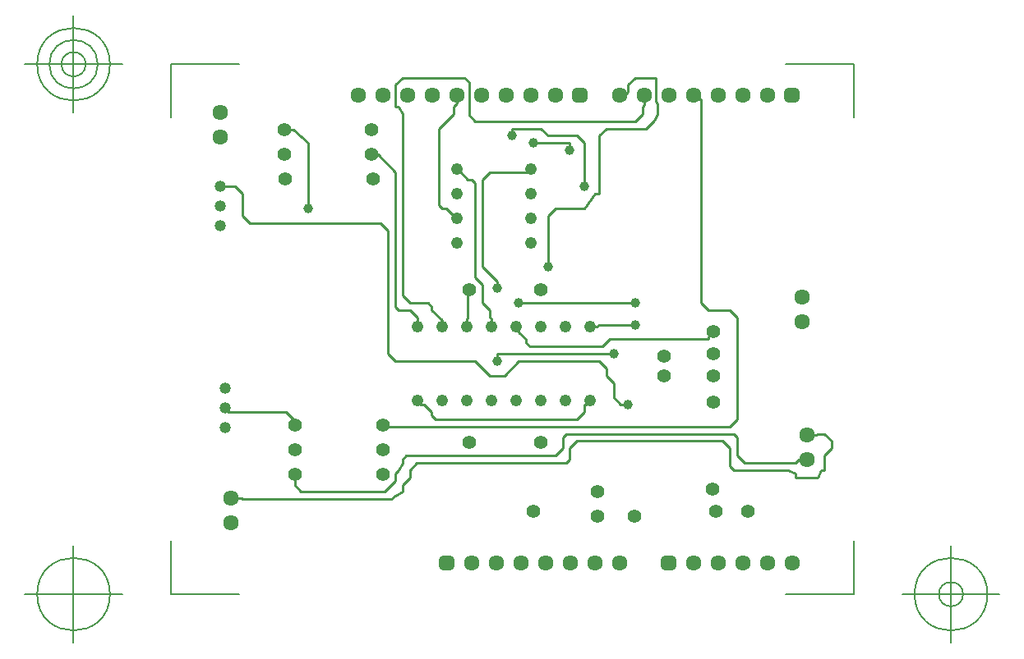
<source format=gbr>
G04 Generated by Ultiboard 13.0 *
%FSLAX34Y34*%
%MOMM*%

%ADD10C,0.0001*%
%ADD11C,0.2540*%
%ADD12C,0.1270*%
%ADD13C,1.1852*%
%ADD14C,1.6088*%
%ADD15R,0.5291X0.5291*%
%ADD16C,0.9949*%
%ADD17C,1.4224*%
%ADD18C,1.4000*%
%ADD19C,1.2446*%
%ADD20C,1.0000*%


G04 ColorRGB 0000FF for the following layer *
%LNCopper Bottom*%
%LPD*%
G54D10*
G54D11*
X853440Y731520D02*
X859020Y731520D01*
X862500Y735000D01*
X862500Y742500D01*
X870000Y750000D01*
X840000Y697500D02*
X832500Y690000D01*
X817500Y615000D02*
X787500Y615000D01*
X780000Y607500D01*
X780000Y555000D01*
X881250Y697500D02*
X840000Y697500D01*
X832500Y690000D02*
X832500Y633750D01*
X832500Y630000D01*
X828750Y630000D01*
X817500Y615000D01*
X949960Y487680D02*
X945000Y482720D01*
X945000Y480000D01*
X761250Y472500D02*
X757500Y476250D01*
X757500Y480000D01*
X750000Y487500D01*
X750000Y489520D01*
X746760Y492760D01*
X945000Y480000D02*
X843750Y480000D01*
X836250Y472500D01*
X761250Y472500D01*
X765000Y682500D02*
X802500Y682500D01*
X802500Y675000D01*
X847500Y465000D02*
X727500Y465000D01*
X727500Y457500D01*
X822960Y416560D02*
X818900Y412500D01*
X817500Y412500D01*
X817500Y405000D01*
X810000Y397500D01*
X663750Y397500D01*
X660000Y401250D01*
X660000Y405000D01*
X652500Y412500D01*
X649220Y412500D01*
X645160Y416560D01*
X685800Y731520D02*
X685800Y723300D01*
X682500Y720000D01*
X682500Y712500D01*
X667500Y697500D01*
X667500Y618750D01*
X671250Y615000D01*
X675000Y615000D01*
X682500Y607500D01*
X682820Y607500D01*
X685800Y604520D01*
X1046480Y355600D02*
X1038100Y355600D01*
X1035000Y352500D01*
X982500Y352500D01*
X975000Y360000D01*
X795000Y367500D02*
X787500Y360000D01*
X611250Y322500D02*
X525000Y322500D01*
X519600Y330000D01*
X519600Y332100D01*
X519600Y340360D01*
X975000Y360000D02*
X975000Y378750D01*
X971250Y382500D01*
X798750Y382500D01*
X795000Y378750D01*
X795000Y367500D01*
X787500Y360000D02*
X633750Y360000D01*
X630000Y356250D01*
X630000Y352500D01*
X626250Y345000D01*
X622500Y341250D01*
X622500Y333750D01*
X611250Y322500D01*
X878840Y731520D02*
X878840Y721340D01*
X877500Y720000D01*
X877500Y712500D01*
X870000Y705000D01*
X705000Y705000D01*
X693750Y750000D02*
X630000Y750000D01*
X622500Y742500D01*
X622500Y723750D01*
X622500Y720000D01*
X626250Y720000D01*
X630000Y712500D01*
X630000Y525000D01*
X637500Y517500D01*
X656250Y517500D01*
X660000Y513750D01*
X660000Y510000D01*
X670560Y499440D01*
X670560Y492760D01*
X1046480Y381000D02*
X1056000Y381000D01*
X1057500Y382500D01*
X1065000Y382500D01*
X1072500Y375000D01*
X1072500Y367500D01*
X1065000Y360000D01*
X1065000Y348750D01*
X1065000Y345000D01*
X1061250Y345000D01*
X1057500Y337500D01*
X1038750Y337500D01*
X1035000Y337500D01*
X1035000Y341250D01*
X1027500Y345000D01*
X971250Y345000D01*
X967500Y348750D01*
X967500Y367500D01*
X960000Y375000D01*
X810000Y375000D01*
X802500Y367500D01*
X802500Y356250D01*
X798750Y352500D01*
X645000Y352500D01*
X637500Y345000D01*
X637500Y337500D01*
X630000Y330000D01*
X630000Y322500D01*
X622500Y318750D01*
X618750Y315000D01*
X465000Y315000D01*
X463918Y316082D01*
X453242Y316082D01*
X929640Y731520D02*
X933660Y727500D01*
X937500Y727500D01*
X937500Y517500D01*
X945000Y510000D01*
X967500Y510000D01*
X975000Y502500D01*
X975000Y397500D01*
X967500Y390000D01*
X615000Y390000D01*
X613940Y391060D01*
X609600Y391060D01*
X762000Y655320D02*
X759180Y652500D01*
X720000Y652500D01*
X712500Y645000D01*
X712500Y555000D01*
X727500Y540000D01*
X727500Y532500D01*
X645160Y492760D02*
X645160Y502340D01*
X637500Y510000D01*
X622500Y652500D02*
X604440Y670560D01*
X598000Y670560D01*
X637500Y510000D02*
X626250Y510000D01*
X622500Y513750D01*
X622500Y652500D01*
X721360Y492760D02*
X721360Y501140D01*
X720000Y502500D01*
X720000Y510000D01*
X712500Y517500D01*
X712500Y536250D01*
X705000Y641250D02*
X701250Y645000D01*
X697500Y645000D01*
X690000Y652500D01*
X688620Y652500D01*
X685800Y655320D01*
X712500Y536250D02*
X705000Y543750D01*
X705000Y641250D01*
X817500Y637500D02*
X817500Y682500D01*
X810000Y690000D01*
X780000Y690000D01*
X772500Y697500D01*
X742500Y697500D01*
X742500Y690000D01*
X822960Y492760D02*
X830260Y492760D01*
X832500Y495000D01*
X870000Y495000D01*
X698500Y530860D02*
X698500Y526000D01*
X697500Y525000D01*
X697500Y502500D01*
X695960Y500960D01*
X695960Y492760D01*
X870000Y517500D02*
X750000Y517500D01*
X532500Y615000D02*
X532500Y682500D01*
X517500Y696060D01*
X516060Y696060D01*
X508000Y696060D01*
X862500Y412500D02*
X855000Y412500D01*
X847500Y420000D01*
X847500Y435000D01*
X840000Y442500D01*
X840000Y450000D01*
X832500Y457500D01*
X750000Y457500D01*
X735000Y442500D01*
X720000Y442500D01*
X705000Y457500D01*
X622500Y457500D01*
X615000Y465000D01*
X615000Y592500D01*
X607500Y600000D01*
X472500Y600000D01*
X465000Y607500D01*
X465000Y630000D01*
X457500Y637500D01*
X441960Y637500D01*
X441960Y637540D01*
X519600Y391160D02*
X519600Y395400D01*
X510000Y405000D01*
X450000Y405000D01*
X450000Y405980D01*
X447040Y408940D01*
X705000Y705000D02*
X698770Y711230D01*
X698770Y744980D02*
X693750Y750000D01*
X698770Y711230D02*
X698770Y744980D01*
X892500Y712260D02*
X888990Y705240D01*
X881250Y697500D01*
X892500Y723750D02*
X892500Y712260D01*
X891230Y749256D02*
X890486Y750000D01*
X891230Y725020D02*
X892500Y723750D01*
X870000Y750000D02*
X890486Y750000D01*
X891230Y749256D02*
X891230Y725020D01*
G54D12*
X391160Y217001D02*
X391160Y271674D01*
X391160Y217001D02*
X461556Y217001D01*
X1095121Y217001D02*
X1024725Y217001D01*
X1095121Y217001D02*
X1095121Y271674D01*
X1095121Y763735D02*
X1095121Y709062D01*
X1095121Y763735D02*
X1024725Y763735D01*
X391160Y763735D02*
X461556Y763735D01*
X391160Y763735D02*
X391160Y709062D01*
X341160Y217001D02*
X241160Y217001D01*
X291160Y167001D02*
X291160Y267001D01*
X253660Y217001D02*
G75*
D01*
G02X253660Y217001I37500J0*
G01*
X1145121Y217001D02*
X1245121Y217001D01*
X1195121Y167001D02*
X1195121Y267001D01*
X1157621Y217001D02*
G75*
D01*
G02X1157621Y217001I37500J0*
G01*
X1182621Y217001D02*
G75*
D01*
G02X1182621Y217001I12500J0*
G01*
X341160Y763735D02*
X241160Y763735D01*
X291160Y713735D02*
X291160Y813735D01*
X253660Y763735D02*
G75*
D01*
G02X253660Y763735I37500J0*
G01*
X266160Y763735D02*
G75*
D01*
G02X266160Y763735I25000J0*
G01*
X278660Y763735D02*
G75*
D01*
G02X278660Y763735I12500J0*
G01*
G54D13*
X441960Y637540D03*
X441960Y596900D03*
X441960Y617220D03*
X447040Y388620D03*
X447040Y429260D03*
X447040Y408940D03*
G54D14*
X453242Y290682D03*
X453242Y316082D03*
X853440Y731520D03*
X980440Y731520D03*
X1005840Y731520D03*
X955040Y731520D03*
X904240Y731520D03*
X929640Y731520D03*
X878840Y731520D03*
X736600Y731520D03*
X762000Y731520D03*
X787400Y731520D03*
X685800Y731520D03*
X711200Y731520D03*
X660400Y731520D03*
X609600Y731520D03*
X635000Y731520D03*
X584200Y731520D03*
X853440Y248920D03*
X726440Y248920D03*
X701040Y248920D03*
X751840Y248920D03*
X802640Y248920D03*
X777240Y248920D03*
X828040Y248920D03*
X929640Y248920D03*
X955040Y248920D03*
X1005840Y248920D03*
X980440Y248920D03*
X1031240Y248920D03*
X1041400Y523240D03*
X1041400Y497840D03*
X1046480Y355600D03*
X1046480Y381000D03*
X441960Y714036D03*
X441960Y688636D03*
G54D15*
X1031240Y731520D03*
X812800Y731520D03*
X675640Y248920D03*
X904240Y248920D03*
G54D16*
X1028595Y728875D02*
X1033885Y728875D01*
X1033885Y734165D01*
X1028595Y734165D01*
X1028595Y728875D01*D02*
X810155Y728875D02*
X815445Y728875D01*
X815445Y734165D01*
X810155Y734165D01*
X810155Y728875D01*D02*
X672995Y246275D02*
X678285Y246275D01*
X678285Y251565D01*
X672995Y251565D01*
X672995Y246275D01*D02*
X901595Y246275D02*
X906885Y246275D01*
X906885Y251565D01*
X901595Y251565D01*
X901595Y246275D01*D02*
G54D17*
X949960Y487680D03*
X949960Y464780D03*
X949960Y441880D03*
G54D18*
X519600Y365760D03*
X609600Y365660D03*
X519600Y340360D03*
X609600Y340260D03*
X598000Y670560D03*
X508000Y670660D03*
X509440Y645160D03*
X599440Y645060D03*
X598000Y695960D03*
X508000Y696060D03*
X772160Y530860D03*
X698500Y530860D03*
X772160Y373380D03*
X698500Y373380D03*
X949960Y415120D03*
X949860Y325120D03*
X830580Y297180D03*
X868680Y297180D03*
X830580Y322580D03*
X899880Y462900D03*
X985520Y302260D03*
X952500Y302260D03*
X519600Y391160D03*
X609600Y391060D03*
X764540Y302260D03*
X899160Y441960D03*
G54D19*
X685800Y579120D03*
X762000Y604520D03*
X762000Y655320D03*
X762000Y629920D03*
X685800Y655320D03*
X685800Y604520D03*
X685800Y629920D03*
X762000Y579120D03*
X645160Y492760D03*
X695960Y416560D03*
X670560Y416560D03*
X721360Y416560D03*
X772160Y416560D03*
X746760Y416560D03*
X797560Y416560D03*
X822960Y416560D03*
X797560Y492760D03*
X721360Y492760D03*
X695960Y492760D03*
X670560Y492760D03*
X772160Y492760D03*
X746760Y492760D03*
X822960Y492760D03*
X645160Y416560D03*
G54D20*
X870000Y517500D03*
X750000Y517500D03*
X532500Y615000D03*
X780000Y555000D03*
X870000Y495000D03*
X765000Y682500D03*
X802500Y675000D03*
X847500Y465000D03*
X727500Y457500D03*
X727500Y532500D03*
X817500Y637500D03*
X742500Y690000D03*
X862500Y412500D03*

M02*

</source>
